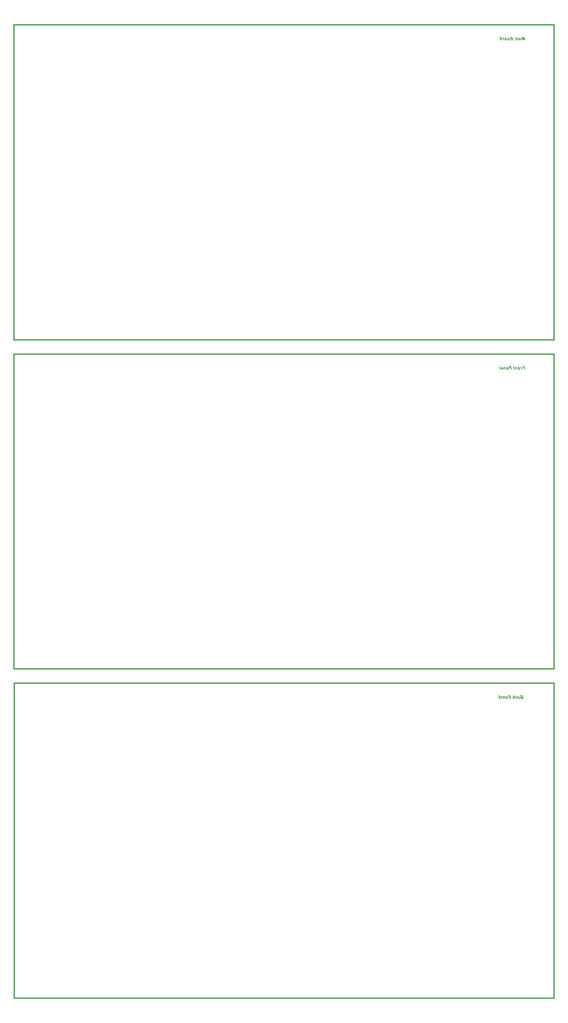
<source format=gbr>
%TF.GenerationSoftware,KiCad,Pcbnew,9.0.1*%
%TF.CreationDate,2025-08-18T16:43:34+01:00*%
%TF.ProjectId,MC8P_MIDI_CONTROLLER,4d433850-5f4d-4494-9449-5f434f4e5452,rev?*%
%TF.SameCoordinates,Original*%
%TF.FileFunction,Legend,Bot*%
%TF.FilePolarity,Positive*%
%FSLAX46Y46*%
G04 Gerber Fmt 4.6, Leading zero omitted, Abs format (unit mm)*
G04 Created by KiCad (PCBNEW 9.0.1) date 2025-08-18 16:43:34*
%MOMM*%
%LPD*%
G01*
G04 APERTURE LIST*
%ADD10C,0.300000*%
%ADD11C,0.200000*%
G04 APERTURE END LIST*
D10*
X22000000Y-206000000D02*
X173000000Y-206000000D01*
X173000000Y-294000000D01*
X22000000Y-294000000D01*
X22000000Y-206000000D01*
X21980000Y-114000000D02*
X172980000Y-114000000D01*
X172980000Y-202000000D01*
X21980000Y-202000000D01*
X21980000Y-114000000D01*
X21980000Y-22000000D02*
X172980000Y-22000000D01*
X172980000Y-110000000D01*
X21980000Y-110000000D01*
X21980000Y-22000000D01*
D11*
G36*
X164379040Y-26005950D02*
G01*
X164054563Y-25336053D01*
X163813251Y-25336053D01*
X164019881Y-26330000D01*
X164186332Y-26330000D01*
X164025865Y-25558192D01*
X164028246Y-25601973D01*
X164342465Y-26219235D01*
X164504337Y-26219235D01*
X164564726Y-25615650D01*
X164546041Y-25558192D01*
X164706509Y-26330000D01*
X164873021Y-26330000D01*
X164666392Y-25336053D01*
X164425019Y-25336053D01*
X164379040Y-26005950D01*
G37*
G36*
X163414281Y-26330000D02*
G01*
X163320736Y-25880165D01*
X163318123Y-25848147D01*
X163323895Y-25823610D01*
X163337100Y-25804328D01*
X163356588Y-25790388D01*
X163384133Y-25781137D01*
X163422463Y-25777644D01*
X163461467Y-25780737D01*
X163502147Y-25790284D01*
X163541263Y-25805781D01*
X163577130Y-25826859D01*
X163667072Y-25712737D01*
X163610705Y-25670048D01*
X163541837Y-25637205D01*
X163466363Y-25617015D01*
X163384972Y-25610155D01*
X163316005Y-25615295D01*
X163262000Y-25629312D01*
X163219936Y-25650768D01*
X163187501Y-25679214D01*
X163163637Y-25715085D01*
X163149356Y-25758068D01*
X163145189Y-25810194D01*
X163153002Y-25874059D01*
X163247768Y-26330000D01*
X163414281Y-26330000D01*
G37*
G36*
X163609675Y-26340258D02*
G01*
X163665987Y-26336127D01*
X163708824Y-26325009D01*
X163741078Y-26308241D01*
X163764952Y-26286280D01*
X163781643Y-26258578D01*
X163791547Y-26223337D01*
X163793680Y-26178331D01*
X163786018Y-26120806D01*
X163771038Y-26069106D01*
X163750139Y-26026357D01*
X163723612Y-25991179D01*
X163691252Y-25962597D01*
X163640200Y-25934748D01*
X163575864Y-25916795D01*
X163494881Y-25910268D01*
X163320980Y-25910268D01*
X163341374Y-26053150D01*
X163523885Y-26053150D01*
X163562293Y-26057689D01*
X163589403Y-26069820D01*
X163609060Y-26090330D01*
X163620849Y-26120806D01*
X163622214Y-26143118D01*
X163616896Y-26159723D01*
X163605340Y-26172463D01*
X163578266Y-26184286D01*
X163530174Y-26189193D01*
X163461953Y-26184313D01*
X163417761Y-26172096D01*
X163394053Y-26157985D01*
X163378742Y-26140414D01*
X163370378Y-26118790D01*
X163377766Y-26221983D01*
X163396123Y-26258534D01*
X163427165Y-26288661D01*
X163466411Y-26311321D01*
X163512466Y-26327618D01*
X163561082Y-26337115D01*
X163609675Y-26340258D01*
G37*
G36*
X162894043Y-25523387D02*
G01*
X162855087Y-25336053D01*
X162671844Y-25336053D01*
X162710800Y-25523387D01*
X162894043Y-25523387D01*
G37*
G36*
X163061716Y-26330000D02*
G01*
X162914193Y-25620413D01*
X162730950Y-25620413D01*
X162878473Y-26330000D01*
X163061716Y-26330000D01*
G37*
G36*
X162700908Y-26330000D02*
G01*
X162553386Y-25620413D01*
X162370143Y-25620413D01*
X162517665Y-26330000D01*
X162700908Y-26330000D01*
G37*
G36*
X162299678Y-26330000D02*
G01*
X162210286Y-25900010D01*
X162206837Y-25865362D01*
X162211378Y-25839158D01*
X162222559Y-25819043D01*
X162240073Y-25804038D01*
X162264798Y-25794298D01*
X162299251Y-25790650D01*
X162332120Y-25794059D01*
X162359999Y-25803802D01*
X162383942Y-25819715D01*
X162403392Y-25841023D01*
X162418312Y-25867870D01*
X162428578Y-25901414D01*
X162409893Y-25744183D01*
X162363281Y-25685744D01*
X162316104Y-25645020D01*
X162281075Y-25625903D01*
X162241672Y-25614209D01*
X162196852Y-25610155D01*
X162143042Y-25615500D01*
X162100976Y-25630235D01*
X162068039Y-25653451D01*
X162042613Y-25685687D01*
X162026143Y-25723482D01*
X162017081Y-25770128D01*
X162016679Y-25827869D01*
X162026981Y-25899338D01*
X162116496Y-26330000D01*
X162299678Y-26330000D01*
G37*
G36*
X161450568Y-26330000D02*
G01*
X161413016Y-26149504D01*
X161102766Y-26149504D01*
X161061865Y-26145780D01*
X161027727Y-26135266D01*
X160999024Y-26118424D01*
X160975284Y-26095287D01*
X160957808Y-26066620D01*
X160946451Y-26031290D01*
X160946024Y-26029214D01*
X160942670Y-25992098D01*
X160948481Y-25963660D01*
X160962205Y-25941409D01*
X160983010Y-25925033D01*
X161012323Y-25914300D01*
X161053063Y-25910268D01*
X161363312Y-25910268D01*
X161325821Y-25729834D01*
X161015572Y-25729834D01*
X160978683Y-25726337D01*
X160947735Y-25716429D01*
X160921538Y-25700464D01*
X160899978Y-25678654D01*
X160883889Y-25651428D01*
X160873239Y-25617665D01*
X160870577Y-25586076D01*
X160876073Y-25561869D01*
X160888749Y-25542866D01*
X160907578Y-25529098D01*
X160934176Y-25519986D01*
X160971181Y-25516549D01*
X161281430Y-25516549D01*
X161243939Y-25336053D01*
X160927644Y-25336053D01*
X160856100Y-25341302D01*
X160800042Y-25355613D01*
X160756361Y-25377497D01*
X160722663Y-25406456D01*
X160697696Y-25443119D01*
X160682715Y-25487010D01*
X160678211Y-25540208D01*
X160686088Y-25605392D01*
X160703230Y-25660594D01*
X160729658Y-25707936D01*
X160765650Y-25748640D01*
X160809374Y-25781138D01*
X160860815Y-25805210D01*
X160921416Y-25820692D01*
X160862033Y-25836208D01*
X160818384Y-25861527D01*
X160787021Y-25896285D01*
X160767595Y-25939224D01*
X160760358Y-25991789D01*
X160767299Y-26057241D01*
X160767726Y-26059317D01*
X160785974Y-26122051D01*
X160812060Y-26175463D01*
X160845804Y-26220901D01*
X160887588Y-26259291D01*
X160935513Y-26289397D01*
X160989916Y-26311416D01*
X161051924Y-26325178D01*
X161122916Y-26330000D01*
X161450568Y-26330000D01*
G37*
G36*
X161530802Y-26330000D02*
G01*
X161324173Y-25336053D01*
X161140929Y-25336053D01*
X161347559Y-26330000D01*
X161530802Y-26330000D01*
G37*
G36*
X160281970Y-25615501D02*
G01*
X160344284Y-25630868D01*
X160399660Y-25655714D01*
X160449173Y-25690144D01*
X160491552Y-25732926D01*
X160526552Y-25783956D01*
X160554313Y-25844386D01*
X160574469Y-25915764D01*
X160598466Y-26031290D01*
X160608267Y-26106475D01*
X160605103Y-26167688D01*
X160591177Y-26217839D01*
X160567447Y-26259291D01*
X160533801Y-26293053D01*
X160490241Y-26318115D01*
X160434433Y-26334333D01*
X160363138Y-26340258D01*
X160292493Y-26334893D01*
X160230166Y-26319472D01*
X160174776Y-26294532D01*
X160125245Y-26259963D01*
X160082852Y-26217007D01*
X160047811Y-26165753D01*
X160019991Y-26105038D01*
X159999766Y-26033306D01*
X159975341Y-25915764D01*
X159970235Y-25876449D01*
X160154315Y-25876449D01*
X160158524Y-25915764D01*
X160182948Y-26033306D01*
X160194583Y-26071623D01*
X160211351Y-26102260D01*
X160233079Y-26126545D01*
X160259819Y-26144831D01*
X160290434Y-26155914D01*
X160326013Y-26159762D01*
X160360932Y-26155598D01*
X160386260Y-26144334D01*
X160404476Y-26126545D01*
X160415692Y-26103264D01*
X160419942Y-26073023D01*
X160415650Y-26033306D01*
X160391226Y-25915764D01*
X160379664Y-25877799D01*
X160363038Y-25847486D01*
X160341523Y-25823501D01*
X160315005Y-25805422D01*
X160284631Y-25794458D01*
X160249321Y-25790650D01*
X160214067Y-25794782D01*
X160188502Y-25805939D01*
X160170125Y-25823501D01*
X160158701Y-25846536D01*
X160154315Y-25876449D01*
X159970235Y-25876449D01*
X159965670Y-25841297D01*
X159968940Y-25780720D01*
X159982957Y-25731122D01*
X160006788Y-25690144D01*
X160040450Y-25656838D01*
X160084050Y-25632068D01*
X160139935Y-25616021D01*
X160211341Y-25610155D01*
X160281970Y-25615501D01*
G37*
G36*
X159496625Y-26330000D02*
G01*
X159403080Y-25880165D01*
X159400468Y-25848147D01*
X159406240Y-25823610D01*
X159419445Y-25804328D01*
X159438933Y-25790388D01*
X159466478Y-25781137D01*
X159504808Y-25777644D01*
X159543812Y-25780737D01*
X159584492Y-25790284D01*
X159623608Y-25805781D01*
X159659474Y-25826859D01*
X159749417Y-25712737D01*
X159693050Y-25670048D01*
X159624181Y-25637205D01*
X159548708Y-25617015D01*
X159467316Y-25610155D01*
X159398349Y-25615295D01*
X159344345Y-25629312D01*
X159302281Y-25650768D01*
X159269846Y-25679214D01*
X159245982Y-25715085D01*
X159231701Y-25758068D01*
X159227534Y-25810194D01*
X159235347Y-25874059D01*
X159330113Y-26330000D01*
X159496625Y-26330000D01*
G37*
G36*
X159692020Y-26340258D02*
G01*
X159748332Y-26336127D01*
X159791169Y-26325009D01*
X159823422Y-26308241D01*
X159847297Y-26286280D01*
X159863988Y-26258578D01*
X159873892Y-26223337D01*
X159876025Y-26178331D01*
X159868363Y-26120806D01*
X159853383Y-26069106D01*
X159832484Y-26026357D01*
X159805957Y-25991179D01*
X159773597Y-25962597D01*
X159722545Y-25934748D01*
X159658209Y-25916795D01*
X159577226Y-25910268D01*
X159403325Y-25910268D01*
X159423719Y-26053150D01*
X159606229Y-26053150D01*
X159644638Y-26057689D01*
X159671748Y-26069820D01*
X159691405Y-26090330D01*
X159703194Y-26120806D01*
X159704558Y-26143118D01*
X159699241Y-26159723D01*
X159687684Y-26172463D01*
X159660611Y-26184286D01*
X159612519Y-26189193D01*
X159544297Y-26184313D01*
X159500106Y-26172096D01*
X159476398Y-26157985D01*
X159461087Y-26140414D01*
X159452723Y-26118790D01*
X159460111Y-26221983D01*
X159478468Y-26258534D01*
X159509509Y-26288661D01*
X159548756Y-26311321D01*
X159594811Y-26327618D01*
X159643427Y-26337115D01*
X159692020Y-26340258D01*
G37*
G36*
X159133986Y-26330000D02*
G01*
X158986463Y-25620413D01*
X158789848Y-25620413D01*
X158937370Y-26330000D01*
X159133986Y-26330000D01*
G37*
G36*
X158637074Y-25818005D02*
G01*
X158648905Y-25806337D01*
X158665223Y-25797611D01*
X158684350Y-25792522D01*
X158708942Y-25790650D01*
X158744351Y-25794823D01*
X158775123Y-25806946D01*
X158802365Y-25827226D01*
X158824328Y-25853682D01*
X158841618Y-25887037D01*
X158853961Y-25928709D01*
X158829598Y-25744183D01*
X158784004Y-25687108D01*
X158734710Y-25645753D01*
X158698065Y-25625530D01*
X158662242Y-25613938D01*
X158626571Y-25610155D01*
X158585059Y-25613854D01*
X158551100Y-25624199D01*
X158521742Y-25641587D01*
X158498344Y-25665537D01*
X158637074Y-25818005D01*
G37*
G36*
X158176249Y-26330000D02*
G01*
X157969619Y-25336053D01*
X157786437Y-25336053D01*
X157993066Y-26330000D01*
X158176249Y-26330000D01*
G37*
G36*
X158339525Y-26340258D02*
G01*
X158393612Y-26334639D01*
X158435993Y-26319096D01*
X158469309Y-26294445D01*
X158495108Y-26259902D01*
X158511484Y-26219820D01*
X158520311Y-26170317D01*
X158520239Y-26109053D01*
X158509152Y-26033306D01*
X158485582Y-25919855D01*
X158465909Y-25846034D01*
X158440915Y-25784370D01*
X158411147Y-25733179D01*
X158376833Y-25691060D01*
X158335213Y-25655287D01*
X158290392Y-25630318D01*
X158241601Y-25615291D01*
X158187728Y-25610155D01*
X158152243Y-25614042D01*
X158121237Y-25625315D01*
X158093695Y-25644043D01*
X158071053Y-25668797D01*
X158052957Y-25700335D01*
X158039595Y-25740031D01*
X158086306Y-25897262D01*
X158082328Y-25862392D01*
X158085573Y-25835652D01*
X158095917Y-25813097D01*
X158112684Y-25797062D01*
X158135000Y-25787390D01*
X158165685Y-25783811D01*
X158198599Y-25787870D01*
X158227400Y-25799723D01*
X158253124Y-25819715D01*
X158273722Y-25845553D01*
X158290288Y-25878643D01*
X158302461Y-25920526D01*
X158325908Y-26033306D01*
X158330999Y-26075858D01*
X158327767Y-26107825D01*
X158318032Y-26131919D01*
X158301255Y-26150667D01*
X158277800Y-26162321D01*
X158245308Y-26166601D01*
X158213821Y-26163244D01*
X158186812Y-26153595D01*
X158163330Y-26137748D01*
X158143886Y-26115982D01*
X158129420Y-26089494D01*
X158119401Y-26056570D01*
X158143825Y-26218564D01*
X158168221Y-26255026D01*
X158196128Y-26284771D01*
X158227723Y-26308506D01*
X158262871Y-26326161D01*
X158299926Y-26336698D01*
X158339525Y-26340258D01*
G37*
G36*
X164873021Y-118330000D02*
G01*
X164666392Y-117336053D01*
X164483148Y-117336053D01*
X164689778Y-118330000D01*
X164873021Y-118330000D01*
G37*
G36*
X164724155Y-117935547D02*
G01*
X164686664Y-117755113D01*
X164188531Y-117755113D01*
X164226022Y-117935547D01*
X164724155Y-117935547D01*
G37*
G36*
X164637021Y-117516549D02*
G01*
X164599530Y-117336053D01*
X164027819Y-117336053D01*
X164065310Y-117516549D01*
X164637021Y-117516549D01*
G37*
G36*
X164103839Y-118330000D02*
G01*
X163956317Y-117620413D01*
X163759701Y-117620413D01*
X163907224Y-118330000D01*
X164103839Y-118330000D01*
G37*
G36*
X163606927Y-117818005D02*
G01*
X163618758Y-117806337D01*
X163635076Y-117797611D01*
X163654204Y-117792522D01*
X163678796Y-117790650D01*
X163714204Y-117794823D01*
X163744977Y-117806946D01*
X163772219Y-117827226D01*
X163794181Y-117853682D01*
X163811472Y-117887037D01*
X163823815Y-117928709D01*
X163799452Y-117744183D01*
X163753858Y-117687108D01*
X163704563Y-117645753D01*
X163667919Y-117625530D01*
X163632095Y-117613938D01*
X163596425Y-117610155D01*
X163554913Y-117613854D01*
X163520954Y-117624199D01*
X163491595Y-117641587D01*
X163468197Y-117665537D01*
X163606927Y-117818005D01*
G37*
G36*
X163162081Y-117615501D02*
G01*
X163224396Y-117630868D01*
X163279772Y-117655714D01*
X163329284Y-117690144D01*
X163371663Y-117732926D01*
X163406663Y-117783956D01*
X163434425Y-117844386D01*
X163454581Y-117915764D01*
X163478578Y-118031290D01*
X163488378Y-118106475D01*
X163485215Y-118167688D01*
X163471289Y-118217839D01*
X163447559Y-118259291D01*
X163413913Y-118293053D01*
X163370353Y-118318115D01*
X163314545Y-118334333D01*
X163243250Y-118340258D01*
X163172605Y-118334893D01*
X163110278Y-118319472D01*
X163054887Y-118294532D01*
X163005357Y-118259963D01*
X162962964Y-118217007D01*
X162927923Y-118165753D01*
X162900102Y-118105038D01*
X162879877Y-118033306D01*
X162855453Y-117915764D01*
X162850347Y-117876449D01*
X163034426Y-117876449D01*
X163038635Y-117915764D01*
X163063060Y-118033306D01*
X163074694Y-118071623D01*
X163091463Y-118102260D01*
X163113190Y-118126545D01*
X163139931Y-118144831D01*
X163170546Y-118155914D01*
X163206125Y-118159762D01*
X163241044Y-118155598D01*
X163266372Y-118144334D01*
X163284588Y-118126545D01*
X163295804Y-118103264D01*
X163300054Y-118073023D01*
X163295762Y-118033306D01*
X163271338Y-117915764D01*
X163259776Y-117877799D01*
X163243150Y-117847486D01*
X163221634Y-117823501D01*
X163195117Y-117805422D01*
X163164743Y-117794458D01*
X163129433Y-117790650D01*
X163094178Y-117794782D01*
X163068613Y-117805939D01*
X163050237Y-117823501D01*
X163038812Y-117846536D01*
X163034426Y-117876449D01*
X162850347Y-117876449D01*
X162845781Y-117841297D01*
X162849052Y-117780720D01*
X162863069Y-117731122D01*
X162886899Y-117690144D01*
X162920561Y-117656838D01*
X162964162Y-117632068D01*
X163020047Y-117616021D01*
X163091453Y-117610155D01*
X163162081Y-117615501D01*
G37*
G36*
X162758550Y-118330000D02*
G01*
X162611027Y-117620413D01*
X162427784Y-117620413D01*
X162575307Y-118330000D01*
X162758550Y-118330000D01*
G37*
G36*
X162357320Y-118330000D02*
G01*
X162267927Y-117900010D01*
X162264478Y-117865362D01*
X162269020Y-117839158D01*
X162280200Y-117819043D01*
X162297715Y-117804038D01*
X162322439Y-117794298D01*
X162356892Y-117790650D01*
X162389761Y-117794059D01*
X162417640Y-117803802D01*
X162441584Y-117819715D01*
X162461033Y-117841023D01*
X162475953Y-117867870D01*
X162486219Y-117901414D01*
X162467534Y-117744183D01*
X162420922Y-117685744D01*
X162373745Y-117645020D01*
X162338716Y-117625903D01*
X162299314Y-117614209D01*
X162254494Y-117610155D01*
X162200683Y-117615500D01*
X162158618Y-117630235D01*
X162125680Y-117653451D01*
X162100254Y-117685687D01*
X162083784Y-117723482D01*
X162074722Y-117770128D01*
X162074320Y-117827869D01*
X162084623Y-117899338D01*
X162174138Y-118330000D01*
X162357320Y-118330000D01*
G37*
G36*
X161783777Y-118333419D02*
G01*
X161843310Y-118326937D01*
X161882728Y-118310159D01*
X161907913Y-118284876D01*
X161922518Y-118251046D01*
X161927613Y-118205902D01*
X161920553Y-118145413D01*
X161768450Y-117413967D01*
X161585268Y-117413967D01*
X161727662Y-118098946D01*
X161729776Y-118122746D01*
X161725891Y-118138574D01*
X161716082Y-118149138D01*
X161699391Y-118152923D01*
X161653961Y-118152923D01*
X161691514Y-118333419D01*
X161783777Y-118333419D01*
G37*
G36*
X161916217Y-117780392D02*
G01*
X161882939Y-117620413D01*
X161543258Y-117620413D01*
X161576536Y-117780392D01*
X161916217Y-117780392D01*
G37*
G36*
X160968433Y-117944462D02*
G01*
X160930942Y-117763967D01*
X160620081Y-117763967D01*
X160588352Y-117760190D01*
X160559524Y-117749018D01*
X160532765Y-117730017D01*
X160510718Y-117705396D01*
X160494294Y-117676000D01*
X160483428Y-117640929D01*
X160479494Y-117603480D01*
X160483779Y-117573983D01*
X160495029Y-117550376D01*
X160512989Y-117531994D01*
X160536859Y-117520655D01*
X160568607Y-117516549D01*
X160879467Y-117516549D01*
X160841976Y-117336053D01*
X160535757Y-117336053D01*
X160475331Y-117340670D01*
X160424989Y-117353614D01*
X160382922Y-117374033D01*
X160346442Y-117402771D01*
X160318453Y-117437896D01*
X160298292Y-117480340D01*
X160287434Y-117526410D01*
X160285448Y-117579400D01*
X160293590Y-117640929D01*
X160310309Y-117700263D01*
X160334155Y-117753325D01*
X160365092Y-117800908D01*
X160402842Y-117843179D01*
X160445674Y-117878348D01*
X160494052Y-117906849D01*
X160546201Y-117927579D01*
X160602003Y-117940168D01*
X160662213Y-117944462D01*
X160968433Y-117944462D01*
G37*
G36*
X161132198Y-118330000D02*
G01*
X160925568Y-117336053D01*
X160742325Y-117336053D01*
X160948954Y-118330000D01*
X161132198Y-118330000D01*
G37*
G36*
X159926493Y-118330000D02*
G01*
X159832948Y-117880165D01*
X159830335Y-117848147D01*
X159836107Y-117823610D01*
X159849312Y-117804328D01*
X159868800Y-117790388D01*
X159896345Y-117781137D01*
X159934675Y-117777644D01*
X159973679Y-117780737D01*
X160014359Y-117790284D01*
X160053476Y-117805781D01*
X160089342Y-117826859D01*
X160179284Y-117712737D01*
X160122917Y-117670048D01*
X160054049Y-117637205D01*
X159978575Y-117617015D01*
X159897184Y-117610155D01*
X159828217Y-117615295D01*
X159774212Y-117629312D01*
X159732148Y-117650768D01*
X159699713Y-117679214D01*
X159675849Y-117715085D01*
X159661568Y-117758068D01*
X159657401Y-117810194D01*
X159665214Y-117874059D01*
X159759980Y-118330000D01*
X159926493Y-118330000D01*
G37*
G36*
X160121887Y-118340258D02*
G01*
X160178199Y-118336127D01*
X160221037Y-118325009D01*
X160253290Y-118308241D01*
X160277165Y-118286280D01*
X160293855Y-118258578D01*
X160303759Y-118223337D01*
X160305893Y-118178331D01*
X160298230Y-118120806D01*
X160283251Y-118069106D01*
X160262351Y-118026357D01*
X160235824Y-117991179D01*
X160203464Y-117962597D01*
X160152412Y-117934748D01*
X160088076Y-117916795D01*
X160007093Y-117910268D01*
X159833192Y-117910268D01*
X159853586Y-118053150D01*
X160036097Y-118053150D01*
X160074506Y-118057689D01*
X160101615Y-118069820D01*
X160121272Y-118090330D01*
X160133061Y-118120806D01*
X160134426Y-118143118D01*
X160129108Y-118159723D01*
X160117552Y-118172463D01*
X160090479Y-118184286D01*
X160042386Y-118189193D01*
X159974165Y-118184313D01*
X159929973Y-118172096D01*
X159906265Y-118157985D01*
X159890954Y-118140414D01*
X159882590Y-118118790D01*
X159889979Y-118221983D01*
X159908335Y-118258534D01*
X159939377Y-118288661D01*
X159978623Y-118311321D01*
X160024678Y-118327618D01*
X160073295Y-118337115D01*
X160121887Y-118340258D01*
G37*
G36*
X159563853Y-118330000D02*
G01*
X159416331Y-117620413D01*
X159233087Y-117620413D01*
X159380610Y-118330000D01*
X159563853Y-118330000D01*
G37*
G36*
X159162623Y-118330000D02*
G01*
X159073230Y-117900010D01*
X159069782Y-117865362D01*
X159074323Y-117839158D01*
X159085504Y-117819043D01*
X159103018Y-117804038D01*
X159127742Y-117794298D01*
X159162196Y-117790650D01*
X159195065Y-117794059D01*
X159222943Y-117803802D01*
X159246887Y-117819715D01*
X159266337Y-117841023D01*
X159281257Y-117867870D01*
X159291523Y-117901414D01*
X159272838Y-117744183D01*
X159226226Y-117685744D01*
X159179049Y-117645020D01*
X159144020Y-117625903D01*
X159104617Y-117614209D01*
X159059797Y-117610155D01*
X159005987Y-117615500D01*
X158963921Y-117630235D01*
X158930984Y-117653451D01*
X158905558Y-117685687D01*
X158889088Y-117723482D01*
X158880026Y-117770128D01*
X158879624Y-117827869D01*
X158889926Y-117899338D01*
X158979441Y-118330000D01*
X159162623Y-118330000D01*
G37*
G36*
X158486864Y-118340258D02*
G01*
X158562538Y-118334156D01*
X158621847Y-118317466D01*
X158668173Y-118291733D01*
X158703996Y-118257215D01*
X158729539Y-118214528D01*
X158744636Y-118162903D01*
X158748366Y-118099874D01*
X158738435Y-118022376D01*
X158721765Y-117942386D01*
X158700048Y-117864276D01*
X158670756Y-117798421D01*
X158634362Y-117743099D01*
X158590851Y-117696983D01*
X158539537Y-117659394D01*
X158482580Y-117632461D01*
X158418904Y-117615897D01*
X158347096Y-117610155D01*
X158292391Y-117614826D01*
X158247520Y-117627885D01*
X158210576Y-117648528D01*
X158180191Y-117676839D01*
X158155671Y-117713775D01*
X158136046Y-117765188D01*
X158125730Y-117828841D01*
X158126496Y-117907722D01*
X158141017Y-118005279D01*
X158150725Y-118051746D01*
X158625472Y-118051746D01*
X158599155Y-117925289D01*
X158291592Y-117925289D01*
X158290127Y-117908925D01*
X158290037Y-117868776D01*
X158296382Y-117837916D01*
X158308018Y-117814220D01*
X158325832Y-117795914D01*
X158349950Y-117784540D01*
X158382512Y-117780392D01*
X158425123Y-117785067D01*
X158461701Y-117798528D01*
X158493581Y-117820753D01*
X158519349Y-117850166D01*
X158539493Y-117887636D01*
X158553726Y-117934876D01*
X158572472Y-118025123D01*
X158577298Y-118072869D01*
X158571211Y-118109188D01*
X158556046Y-118137231D01*
X158532159Y-118158283D01*
X158498863Y-118171821D01*
X158452915Y-118176859D01*
X158416143Y-118173622D01*
X158377260Y-118163548D01*
X158339588Y-118147484D01*
X158303804Y-118125629D01*
X158206718Y-118234317D01*
X158273931Y-118279383D01*
X158344715Y-118312597D01*
X158418017Y-118333560D01*
X158486864Y-118340258D01*
G37*
G36*
X157642090Y-117336053D02*
G01*
X157799993Y-118095526D01*
X157800894Y-118118967D01*
X157793703Y-118135155D01*
X157779314Y-118145563D01*
X157755724Y-118149504D01*
X157724949Y-118149504D01*
X157762501Y-118330000D01*
X157856107Y-118330000D01*
X157909473Y-118323790D01*
X157948025Y-118307056D01*
X157975603Y-118280785D01*
X157992678Y-118246214D01*
X157999226Y-118201224D01*
X157992883Y-118141994D01*
X157825333Y-117336053D01*
X157642090Y-117336053D01*
G37*
G36*
X164312787Y-210330000D02*
G01*
X164275235Y-210149504D01*
X163964986Y-210149504D01*
X163924084Y-210145780D01*
X163889946Y-210135266D01*
X163861243Y-210118424D01*
X163837503Y-210095287D01*
X163820027Y-210066620D01*
X163808670Y-210031290D01*
X163808243Y-210029214D01*
X163804889Y-209992098D01*
X163810700Y-209963660D01*
X163824424Y-209941409D01*
X163845229Y-209925033D01*
X163874542Y-209914300D01*
X163915282Y-209910268D01*
X164225532Y-209910268D01*
X164188040Y-209729834D01*
X163877791Y-209729834D01*
X163840903Y-209726337D01*
X163809955Y-209716429D01*
X163783757Y-209700464D01*
X163762197Y-209678654D01*
X163746108Y-209651428D01*
X163735458Y-209617665D01*
X163732797Y-209586076D01*
X163738292Y-209561869D01*
X163750968Y-209542866D01*
X163769797Y-209529098D01*
X163796395Y-209519986D01*
X163833400Y-209516549D01*
X164143649Y-209516549D01*
X164106158Y-209336053D01*
X163789863Y-209336053D01*
X163718319Y-209341302D01*
X163662261Y-209355613D01*
X163618580Y-209377497D01*
X163584883Y-209406456D01*
X163559915Y-209443119D01*
X163544934Y-209487010D01*
X163540431Y-209540208D01*
X163548307Y-209605392D01*
X163565449Y-209660594D01*
X163591877Y-209707936D01*
X163627869Y-209748640D01*
X163671594Y-209781138D01*
X163723034Y-209805210D01*
X163783635Y-209820692D01*
X163724252Y-209836208D01*
X163680603Y-209861527D01*
X163649241Y-209896285D01*
X163629814Y-209939224D01*
X163622578Y-209991789D01*
X163629518Y-210057241D01*
X163629945Y-210059317D01*
X163648193Y-210122051D01*
X163674280Y-210175463D01*
X163708023Y-210220901D01*
X163749808Y-210259291D01*
X163797732Y-210289397D01*
X163852135Y-210311416D01*
X163914143Y-210325178D01*
X163985136Y-210330000D01*
X164312787Y-210330000D01*
G37*
G36*
X164393021Y-210330000D02*
G01*
X164186392Y-209336053D01*
X164003148Y-209336053D01*
X164209778Y-210330000D01*
X164393021Y-210330000D01*
G37*
G36*
X163120882Y-210330000D02*
G01*
X163027337Y-209880165D01*
X163024724Y-209848147D01*
X163030497Y-209823610D01*
X163043702Y-209804328D01*
X163063189Y-209790388D01*
X163090735Y-209781137D01*
X163129064Y-209777644D01*
X163168069Y-209780737D01*
X163208749Y-209790284D01*
X163247865Y-209805781D01*
X163283731Y-209826859D01*
X163373674Y-209712737D01*
X163317307Y-209670048D01*
X163248438Y-209637205D01*
X163172964Y-209617015D01*
X163091573Y-209610155D01*
X163022606Y-209615295D01*
X162968602Y-209629312D01*
X162926538Y-209650768D01*
X162894103Y-209679214D01*
X162870239Y-209715085D01*
X162855957Y-209758068D01*
X162851791Y-209810194D01*
X162859603Y-209874059D01*
X162954370Y-210330000D01*
X163120882Y-210330000D01*
G37*
G36*
X163316277Y-210340258D02*
G01*
X163372588Y-210336127D01*
X163415426Y-210325009D01*
X163447679Y-210308241D01*
X163471554Y-210286280D01*
X163488245Y-210258578D01*
X163498149Y-210223337D01*
X163500282Y-210178331D01*
X163492620Y-210120806D01*
X163477640Y-210069106D01*
X163456741Y-210026357D01*
X163430214Y-209991179D01*
X163397854Y-209962597D01*
X163346802Y-209934748D01*
X163282465Y-209916795D01*
X163201482Y-209910268D01*
X163027581Y-209910268D01*
X163047976Y-210053150D01*
X163230486Y-210053150D01*
X163268895Y-210057689D01*
X163296004Y-210069820D01*
X163315662Y-210090330D01*
X163327451Y-210120806D01*
X163328815Y-210143118D01*
X163323497Y-210159723D01*
X163311941Y-210172463D01*
X163284868Y-210184286D01*
X163236775Y-210189193D01*
X163168554Y-210184313D01*
X163124363Y-210172096D01*
X163100655Y-210157985D01*
X163085344Y-210140414D01*
X163076980Y-210118790D01*
X163084368Y-210221983D01*
X163102725Y-210258534D01*
X163133766Y-210288661D01*
X163173013Y-210311321D01*
X163219068Y-210327618D01*
X163267684Y-210337115D01*
X163316277Y-210340258D01*
G37*
G36*
X162466861Y-210340258D02*
G01*
X162541170Y-210333987D01*
X162599437Y-210316802D01*
X162645025Y-210290184D01*
X162680329Y-210254223D01*
X162705059Y-210210284D01*
X162719526Y-210156965D01*
X162722656Y-210091724D01*
X162712081Y-210011446D01*
X162696327Y-209935547D01*
X162674882Y-209859271D01*
X162645521Y-209794826D01*
X162608660Y-209740540D01*
X162564192Y-209695151D01*
X162512136Y-209658519D01*
X162454013Y-209632126D01*
X162388702Y-209615823D01*
X162314759Y-209610155D01*
X162258494Y-209613666D01*
X162209405Y-209623664D01*
X162166442Y-209639586D01*
X162127378Y-209662553D01*
X162096915Y-209690473D01*
X162073935Y-209723667D01*
X162216634Y-209841209D01*
X162238999Y-209820207D01*
X162267925Y-209804023D01*
X162300575Y-209794074D01*
X162337168Y-209790650D01*
X162382089Y-209795127D01*
X162420126Y-209807888D01*
X162452695Y-209828630D01*
X162479296Y-209856591D01*
X162499451Y-209891731D01*
X162513084Y-209935547D01*
X162528838Y-210011446D01*
X162533655Y-210058279D01*
X162527912Y-210093799D01*
X162513450Y-210121111D01*
X162490533Y-210141637D01*
X162458406Y-210154841D01*
X162413860Y-210159762D01*
X162376569Y-210156195D01*
X162339000Y-210145291D01*
X162303534Y-210127867D01*
X162271345Y-210104441D01*
X162178960Y-210228822D01*
X162215624Y-210261310D01*
X162257767Y-210288747D01*
X162306027Y-210311193D01*
X162383266Y-210332886D01*
X162466861Y-210340258D01*
G37*
G36*
X161941067Y-210280785D02*
G01*
X161922993Y-210074338D01*
X161504911Y-209620413D01*
X161310982Y-209620413D01*
X161941067Y-210280785D01*
G37*
G36*
X162061662Y-210330000D02*
G01*
X161855033Y-209336053D01*
X161671789Y-209336053D01*
X161878419Y-210330000D01*
X162061662Y-210330000D01*
G37*
G36*
X161636374Y-210330000D02*
G01*
X161735415Y-209963574D01*
X161564933Y-209870640D01*
X161424494Y-210330000D01*
X161636374Y-210330000D01*
G37*
G36*
X160769801Y-209944462D02*
G01*
X160732309Y-209763967D01*
X160421449Y-209763967D01*
X160389720Y-209760190D01*
X160360891Y-209749018D01*
X160334132Y-209730017D01*
X160312085Y-209705396D01*
X160295662Y-209676000D01*
X160284795Y-209640929D01*
X160280862Y-209603480D01*
X160285146Y-209573983D01*
X160296397Y-209550376D01*
X160314357Y-209531994D01*
X160338227Y-209520655D01*
X160369975Y-209516549D01*
X160680835Y-209516549D01*
X160643344Y-209336053D01*
X160337124Y-209336053D01*
X160276699Y-209340670D01*
X160226357Y-209353614D01*
X160184289Y-209374033D01*
X160147810Y-209402771D01*
X160119821Y-209437896D01*
X160099659Y-209480340D01*
X160088802Y-209526410D01*
X160086816Y-209579400D01*
X160094958Y-209640929D01*
X160111677Y-209700263D01*
X160135523Y-209753325D01*
X160166460Y-209800908D01*
X160204210Y-209843179D01*
X160247042Y-209878348D01*
X160295420Y-209906849D01*
X160347569Y-209927579D01*
X160403371Y-209940168D01*
X160463581Y-209944462D01*
X160769801Y-209944462D01*
G37*
G36*
X160933565Y-210330000D02*
G01*
X160726936Y-209336053D01*
X160543693Y-209336053D01*
X160750322Y-210330000D01*
X160933565Y-210330000D01*
G37*
G36*
X159727861Y-210330000D02*
G01*
X159634316Y-209880165D01*
X159631703Y-209848147D01*
X159637475Y-209823610D01*
X159650680Y-209804328D01*
X159670168Y-209790388D01*
X159697713Y-209781137D01*
X159736043Y-209777644D01*
X159775047Y-209780737D01*
X159815727Y-209790284D01*
X159854843Y-209805781D01*
X159890710Y-209826859D01*
X159980652Y-209712737D01*
X159924285Y-209670048D01*
X159855416Y-209637205D01*
X159779943Y-209617015D01*
X159698551Y-209610155D01*
X159629585Y-209615295D01*
X159575580Y-209629312D01*
X159533516Y-209650768D01*
X159501081Y-209679214D01*
X159477217Y-209715085D01*
X159462936Y-209758068D01*
X159458769Y-209810194D01*
X159466582Y-209874059D01*
X159561348Y-210330000D01*
X159727861Y-210330000D01*
G37*
G36*
X159923255Y-210340258D02*
G01*
X159979567Y-210336127D01*
X160022404Y-210325009D01*
X160054657Y-210308241D01*
X160078532Y-210286280D01*
X160095223Y-210258578D01*
X160105127Y-210223337D01*
X160107260Y-210178331D01*
X160099598Y-210120806D01*
X160084618Y-210069106D01*
X160063719Y-210026357D01*
X160037192Y-209991179D01*
X160004832Y-209962597D01*
X159953780Y-209934748D01*
X159889444Y-209916795D01*
X159808461Y-209910268D01*
X159634560Y-209910268D01*
X159654954Y-210053150D01*
X159837465Y-210053150D01*
X159875873Y-210057689D01*
X159902983Y-210069820D01*
X159922640Y-210090330D01*
X159934429Y-210120806D01*
X159935793Y-210143118D01*
X159930476Y-210159723D01*
X159918920Y-210172463D01*
X159891846Y-210184286D01*
X159843754Y-210189193D01*
X159775532Y-210184313D01*
X159731341Y-210172096D01*
X159707633Y-210157985D01*
X159692322Y-210140414D01*
X159683958Y-210118790D01*
X159691346Y-210221983D01*
X159709703Y-210258534D01*
X159740744Y-210288661D01*
X159779991Y-210311321D01*
X159826046Y-210327618D01*
X159874662Y-210337115D01*
X159923255Y-210340258D01*
G37*
G36*
X159365221Y-210330000D02*
G01*
X159217698Y-209620413D01*
X159034455Y-209620413D01*
X159181978Y-210330000D01*
X159365221Y-210330000D01*
G37*
G36*
X158963991Y-210330000D02*
G01*
X158874598Y-209900010D01*
X158871149Y-209865362D01*
X158875691Y-209839158D01*
X158886871Y-209819043D01*
X158904386Y-209804038D01*
X158929110Y-209794298D01*
X158963564Y-209790650D01*
X158996432Y-209794059D01*
X159024311Y-209803802D01*
X159048255Y-209819715D01*
X159067705Y-209841023D01*
X159082624Y-209867870D01*
X159092890Y-209901414D01*
X159074206Y-209744183D01*
X159027594Y-209685744D01*
X158980416Y-209645020D01*
X158945387Y-209625903D01*
X158905985Y-209614209D01*
X158861165Y-209610155D01*
X158807355Y-209615500D01*
X158765289Y-209630235D01*
X158732352Y-209653451D01*
X158706926Y-209685687D01*
X158690455Y-209723482D01*
X158681394Y-209770128D01*
X158680991Y-209827869D01*
X158691294Y-209899338D01*
X158780809Y-210330000D01*
X158963991Y-210330000D01*
G37*
G36*
X158288232Y-210340258D02*
G01*
X158363906Y-210334156D01*
X158423215Y-210317466D01*
X158469541Y-210291733D01*
X158505364Y-210257215D01*
X158530907Y-210214528D01*
X158546004Y-210162903D01*
X158549734Y-210099874D01*
X158539802Y-210022376D01*
X158523133Y-209942386D01*
X158501416Y-209864276D01*
X158472124Y-209798421D01*
X158435730Y-209743099D01*
X158392219Y-209696983D01*
X158340904Y-209659394D01*
X158283948Y-209632461D01*
X158220272Y-209615897D01*
X158148464Y-209610155D01*
X158093759Y-209614826D01*
X158048888Y-209627885D01*
X158011943Y-209648528D01*
X157981559Y-209676839D01*
X157957039Y-209713775D01*
X157937413Y-209765188D01*
X157927098Y-209828841D01*
X157927863Y-209907722D01*
X157942384Y-210005279D01*
X157952093Y-210051746D01*
X158426840Y-210051746D01*
X158400523Y-209925289D01*
X158092960Y-209925289D01*
X158091495Y-209908925D01*
X158091404Y-209868776D01*
X158097750Y-209837916D01*
X158109385Y-209814220D01*
X158127200Y-209795914D01*
X158151318Y-209784540D01*
X158183879Y-209780392D01*
X158226491Y-209785067D01*
X158263069Y-209798528D01*
X158294949Y-209820753D01*
X158320716Y-209850166D01*
X158340861Y-209887636D01*
X158355094Y-209934876D01*
X158373839Y-210025123D01*
X158378665Y-210072869D01*
X158372579Y-210109188D01*
X158357414Y-210137231D01*
X158333527Y-210158283D01*
X158300231Y-210171821D01*
X158254282Y-210176859D01*
X158217510Y-210173622D01*
X158178628Y-210163548D01*
X158140956Y-210147484D01*
X158105172Y-210125629D01*
X158008086Y-210234317D01*
X158075299Y-210279383D01*
X158146083Y-210312597D01*
X158219385Y-210333560D01*
X158288232Y-210340258D01*
G37*
G36*
X157443457Y-209336053D02*
G01*
X157601360Y-210095526D01*
X157602262Y-210118967D01*
X157595071Y-210135155D01*
X157580681Y-210145563D01*
X157557091Y-210149504D01*
X157526317Y-210149504D01*
X157563869Y-210330000D01*
X157657475Y-210330000D01*
X157710841Y-210323790D01*
X157749393Y-210307056D01*
X157776971Y-210280785D01*
X157794046Y-210246214D01*
X157800594Y-210201224D01*
X157794251Y-210141994D01*
X157626700Y-209336053D01*
X157443457Y-209336053D01*
G37*
M02*

</source>
